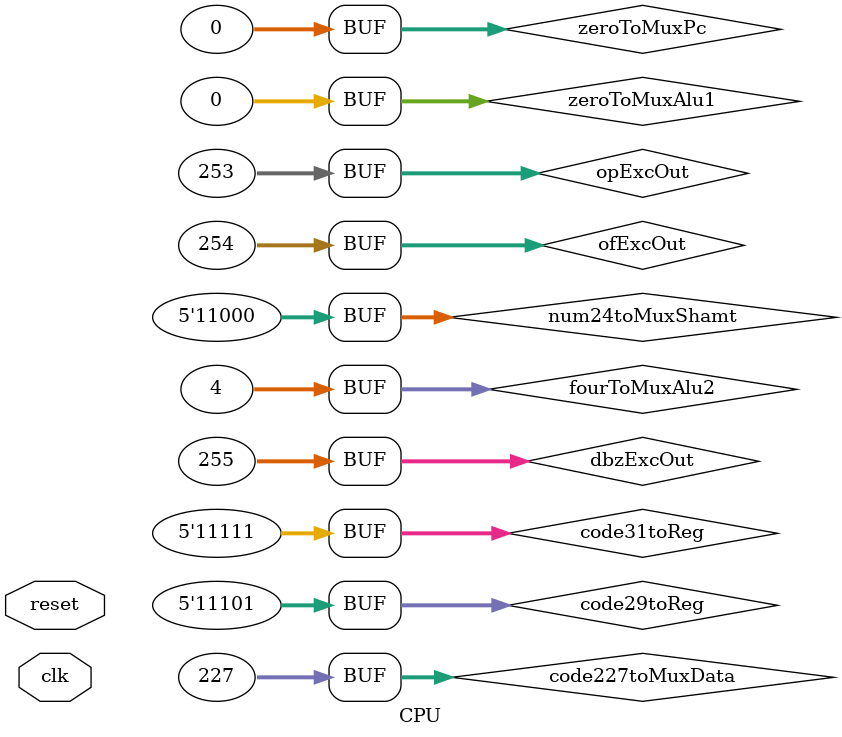
<source format=v>
module CPU(
    input wire clk, 
    input wire reset
); 

    // CONTROL WIRES UM BIT
    wire PCWrite;
    wire divControl; 
    wire multControl; 
    wire muxAControl; 
    wire muxBControl;
    wire muxExtControl;
    wire muxHiControl;
    wire muxLoControl;
    wire muxMemWriteControl;
    wire MemWrite;
    wire MemRead;
    wire RegWrite;
    wire AluOutWrite;
    wire HiWrite;
    wire LoWrite;
    wire EPCWrite;
    wire RegAWrite;
    wire RegBWrite;
    wire RegAuxWrite;
    wire MDRWrite;
    wire instructRegWrite;

    // flags 
    wire ovf; //overflow
    wire eq; 
    wire gt; 
    wire lt; 
    wire zero; 
    wire ng; //neg
    wire divz; //divisão por zero 

    // dois bits
    wire [1:0] muxAlu1Control;
    wire [1:0] muxAlu2Control;
    wire [1:0] muxShamtControl;
    wire [1:0] muxShiftInControl;
    wire [1:0] storeSel;
    wire [1:0] loadSel;
    wire [1:0] exceptionControl;

    // três bits
    wire [2:0] ALUControl;
    wire [2:0] muxDataControl;
    wire [2:0] muxPCControl;
    wire [2:0] muxRegControl;
    wire [2:0] muxAddressControl;
    wire [2:0] shiftControl;

    
// INST. REG
    wire [5:0] instruct31to26; //opcode
    wire [4:0] instruct25to21; //rs
    wire [4:0] instruct20to16; //rt
    wire [4:0] instruct15to11; //rd
    wire [25:0] instruct25to0; //junção de rs, rt e opcode

// WIRES DE CARREGAMENTO
    // wire de quatro bits
    wire [3:0] pc31to28;                    // Fio que bifurca do pc e entra no concat (PC[31:28])

    // wires de cinco bits
    wire [4:0] code29toReg = 5'b11101;                 // Código 29 que entra no muxReg
    wire [4:0] code31toReg = 5'b11111;                 // Código 31 que entra no muxReg
    wire [4:0] muxRegOut;                   // Fio que sai do muxReg
    wire [4:0] muxShamtOut;                 // Fio que sai do muxShamt
    wire [4:0] num24toMuxShamt = 5'd24;     // 24 que entra no muxShamt
    
    // wires de 16 bits
    wire [15:0] instruct15to0;              // Instruções [15:0] que saem do registrador de instruções
    wire [15:0] muxExtOut;                  // Fio que sai do muxExtend

    assign instruct15to11 = instruct15to0[15:11];
   
    // wire de 28 bits
    wire [27:0] sl26to28Out;                // Fio que sai do shift left de 26 para 28 bits
    
    // wires 32 bits
    wire [31:0] pcOut;                      // Fio que sai do PC
    wire [31:0] opExcOut = 32'd253;         // Código 253 (opcode) que entra no muxAddress
    wire [31:0] ofExcOut = 32'd254;         // Código 254 (overflow) que entra no muxAddress
    wire [31:0] dbzExcOut = 32'd255;        // Código 255 (divBy0) que entra no muxAddress
    wire [31:0] muxAddressOut;              // Fio que sai do muxAddress
    wire [31:0] muxMemWriteOut;             // Fio que sai do muxMemWrite
    wire [31:0] memOut;                     // Fio que sai da memória
    wire [31:0] mdrOut;                     // Fio que sai do MDR
    wire [31:0] ssOut;                      // Fio que sai do Store Size
    wire [31:0] ls32Out;                    // Fio de 32 bits que sai do Load Size
    wire [31:0] ls16Out;                    // Fio de 16 bits que sai do Load Size
    wire [31:0] readData1;                  // Fio que sai do Read Data 1 do banco de registradores
    wire [31:0] readData2;                  // Fio que sai do Read Data 2 do banco de registradores
    wire [31:0] muxAOut;                    // Fio que sai do muxA
    wire [31:0] aOut;                       // Fio que sai do registrador A
    wire [31:0] muxBOut;                    // Fio que sai do muxB
    wire [31:0] bOut;                       // Fio que sai do registrador B
    wire [31:0] auxOut;                     // Fio que sai do registrador Aux
    wire [31:0] muxAlu1Out;                 // Fio que sai do muxALU1
    wire [31:0] muxAlu2Out;                 // Fio que sai do muxALU2
    wire [31:0] muxShiftInOut;              // Fio que sai do muxShiftIn
    wire [31:0] shiftRegOut;             // Fio que sai do Shift Reg
    wire [31:0] aluResult;                  // Fio que sai da ALU pela saída AluResult
    wire [31:0] aluOut;                     // Fio que sai do registrador ALUOut
    wire [31:0] multHiOut;                  // Fio que sai pela saída Hi da unidade Mult
    wire [31:0] multLoOut;                  // Fio que sai pela saída Lo da unidade Mult
    wire [31:0] divHiOut;                   // Fio que sai pela saída Hi da unidade Div
    wire [31:0] divLoOut;                   // Fio que sai pela saída Lo da unidade Div
    wire [31:0] hiOut;                      // Fio que sai do registrador HI
    wire [31:0] loOut;                      // Fio que sai do registrador LO
    wire [31:0] muxHiOut;                   // Fio que sai do muxHi
    wire [31:0] muxLoOut;                   // Fio que sai do muxLo
    wire [31:0] sl16to32Out;                // Fio que sai do shift left de 16 para 32 bits
    wire [31:0] sl32to32Out;                // Fio que sai do shift left de 32 para 32 bits
    wire [31:0] concatOut;                  // Fio que sai do concat
    wire [31:0] muxDataOut;                 // Fio que sai do muxData
    wire [31:0] code227toMuxData = 32'd227; // Código 227 que entra no muxData 
    wire [31:0] signExtOut;                 // Fio que sai do sign extend de 16 para 32 bits
    wire [31:0] ltExtOut;                   // Fio que sai do sign extend de 1 para 32 bits (antes de LT)
    wire [31:0] zeroToMuxAlu1 = 32'd0;      // 0 que entra no muxALU1
    wire [31:0] fourToMuxAlu2 = 32'd4;      // 4 que entra no muxALU2
    wire [31:0] zeroToMuxPc = 32'd0;        // 0 que entra no muxPC
    wire [31:0] muxPcOut;                   // Fio que sai do muxPC
    wire [31:0] epcOut;                     // Fio que sai do registrador EPC

//REGISTRADORES
Registrador A( 
    clk, 
    reset, 
    RegAWrite,
    muxAOut,
    aOut
);

Registrador B(
    clk, 
    reset, 
    RegBWrite,
    muxBOut,
    bOut
);

Registrador Hi(
    clk,
    reset, 
    HiWrite,
    muxHiOut,
    hiOut
);

Registrador Lo(
    clk, 
    reset,
    LoWrite, 
    muxLoOut,
    loOut
);

Registrador Pc( 
    clk, 
    reset, 
    PCWrite,
    muxPcOut,
    pcOut
);

Registrador MDR(
    clk, 
    reset, 
    MDRWrite,
    memOut,
    mdrOut
);

Registrador EPC(
    clk, 
    reset, 
    EPCWrite,  
    muxPcOut, 
    epcOut
);

Registrador ALUOUT(
    clk, 
    reset, 
    AluOutWrite,  
    aluResult, //saída da ULA
    aluOut
);

Registrador Aux( 
    clk, 
    reset, 
    RegAuxWrite,
    muxAOut, 
    auxOut
);

//MUX's
mux_A muxA( 
    memOut, //in
    readData1, //in
    muxAControl, //control
    muxAOut //out
);

mux_B muxB(
    readData2, //in
    memOut, //in
    muxBControl, //control
    muxBOut //out
);

mux_address muxAdress(
    pcOut, //in
    opExcOut,//in
    ofExcOut,//in
    dbzExcOut,//in
    aluOut,//in
    muxAddressControl, //control
    muxAddressOut //out 
);

mux_memwrite muxMemWrite(
    ssOut, //in
    bOut, //in
    muxMemWriteControl, //control
    muxMemWriteOut //out
);

mux_pc muxPC( 
    epcOut, //in 
    zeroToMuxPc, //in 
    aluOut, // in
    concatOut, // in 
    aluResult, // in
    muxPCControl, //control
    muxPcOut //out
);

mux_extend muxExt(
    ls16Out, //in
    instruct15to0, //in
    muxExtControl, //control
    muxExtOut //out
);

mux_reg muxReg(
    instruct25to21,
    instruct20to16,
    code29toReg,
    code31toReg,
    instruct15to11,
    muxRegControl,
    muxRegOut
);

mux_ALU1 muxALU1(
    pcOut,
    aOut,
    zeroToMuxAlu1,
    auxOut,
    muxAlu1Control,
    muxAlu1Out    
);

mux_ALU2 muxALU2(
    bOut,
    fourToMuxAlu2,
    signExtOut,
    sl32to32Out,
    muxAlu2Control,
    muxAlu2Out
);

mux_shiftIn muxShiftIn(
    aOut,
    bOut,
    mdrOut,
    muxShiftInControl,
    muxShiftInOut
);

mux_shamt muxShamt(
    instruct15to0[4:0],
    bOut[4:0],
    num24toMuxShamt,
    muxShamtControl,
    muxShamtOut
);

mux_data muxData(
    code227toMuxData,
    ls32Out,
    aluOut,
    sl16to32Out, 
    hiOut,
    loOut,
    shiftRegOut,
    ltExtOut,
    muxDataControl,
    muxDataOut
);

mux_HI muxHI (
    multHiOut,
    divHiOut,
    muxHiControl,
    muxHiOut
);

mux_LO muxLO (
    multLoOut,
    divLoOut,
    muxLoControl,
    muxLoOut
);

//MULT E DIV
mult multi(
    clk,
    reset,
    multControl,
    aOut,
    bOut,
    multHiOut,
    multLoOut
); 
div divi(
    clk, 
    reset, 
    divControl,
    aOut,
    bOut, 
    divHiOut,
    divLoOut,
    divz
);

//Sign Extender & Zero Extender & Shift Left 2
shift_left2 shift2( 
    signExtOut, //in(saída do sign extend)
    sl32to32Out //out
);

shift_left16to32 shift16(
    instruct15to0,
    sl16to32Out
);

shift_left26to28 shift2PC(
    instruct25to0, 
    sl26to28Out
);

sign_extend16 sign16(
    muxExtOut,
    signExtOut //saída do sign extend
);

sign_extend_LT signLT(
    lt,
    ltExtOut
);

//CRIADOS
concat concatena(
    pcOut,
    sl26to28Out,
    concatOut
);

LS LoadSize(
    clk,
    reset,
    loadSel,
    mdrOut,
    exceptionControl,
    ls32Out,
    ls16Out
);

SS StoreSize(
    clk,
    reset,
    storeSel,
    bOut,
    mdrOut,
    ssOut
);

//Dados
Memoria Mem( 
    muxAddressOut,
    clk, 
    MemWrite,
    muxMemWriteOut,
    memOut
);

RegDesloc RegisterShift( 
    clk,
    reset,
    shiftControl,
    muxShamtOut,
    muxShiftInOut,
    shiftRegOut
);

Instr_Reg Inst_(
    clk, 
    reset, 
    instructRegWrite,
    memOut, 
    instruct31to26,
    instruct25to21,
    instruct20to16,
    instruct15to0
);

Banco_reg Banco(
    clk, 
    reset, 
    RegWrite,
    instruct25to21,
    instruct20to16, 
    muxRegOut,
    muxDataOut,
    readData1, //saída do read data 1
    readData2 // saída do read data 2 
);

ula32 ULA( 
    muxAlu1Out,
    muxAlu2Out,
    ALUControl,
    aluResult,
    ovf, 
    ng, 
    zero, 
    eq, 
    gt, 
    lt
);

unid_controle unidadecontrole(
    clk, 
    reset, 
// CONTROL WIRES 
    // um bit
    PCWrite,
    MemWrite,
    instructRegWrite,
    RegWrite,
    RegAWrite,
    RegBWrite,
    AluOutWrite,
    MDRWrite,
    HiWrite,
    LoWrite,
    EPCWrite,
    divControl, 
    multControl,
    muxAControl,
    muxBControl,
    muxExtControl,
    muxHiControl,
    muxLoControl,
    muxMemWriteControl,
    MemRead,
    RegAuxWrite,
    
    // dois bits
    muxAlu1Control,
    muxAlu2Control,
    muxShamtControl,
    muxShiftInControl,
    storeSel,
    loadSel,
    exceptionControl,
    
    // três bits
    ALUControl,
    muxDataControl,
    muxPCControl,
    muxRegControl,
    muxAddressControl,
    shiftControl,

    // flags 
    ovf, //overflow
    eq,
    gt, 
    lt,
    zero, 
    ng,//neg
    divz, //divisão por zero 
    
    //instruções
    instruct31to26, //opcode
    instruct15to0[5:0], //16
    reset
);


endmodule
</source>
